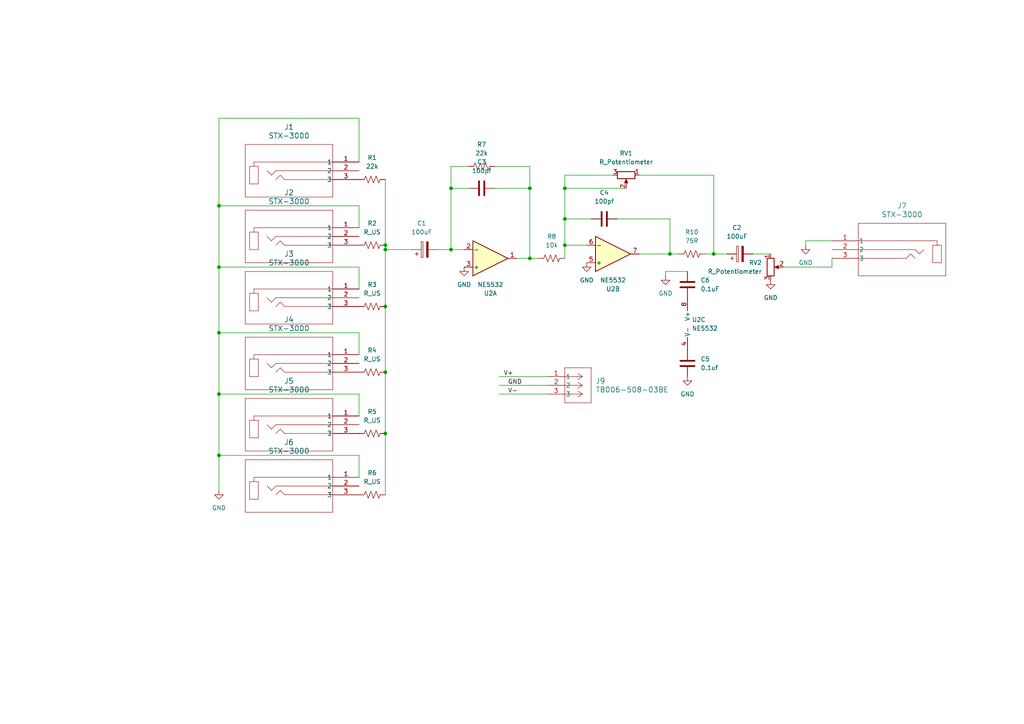
<source format=kicad_sch>
(kicad_sch (version 20230121) (generator eeschema)
  (paper "A4")
  (lib_symbols
    (symbol "2024-01-09_05-39-49:STX-3000" (pin_names (offset 0.254))
      (property "Reference" "J" (at -20.32 10.16 0))
      (property "Value" "STX-3000" (at -20.32 7.62 0))
      (symbol "STX-3000_0_1"
        (polyline (pts (xy -33.02 -10.16) (xy -7.62 -10.16)) (stroke (width 0.127)))
        (polyline (pts (xy -33.02 5.08) (xy -33.02 -10.16)) (stroke (width 0.127)))
        (polyline (pts (xy -31.75 -6.35) (xy -31.75 -1.27)) (stroke (width 0.127)))
        (polyline (pts (xy -31.75 -1.27) (xy -29.21 -1.27)) (stroke (width 0.127)))
        (polyline (pts (xy -30.48 0) (xy -30.48 -1.27)) (stroke (width 0.127)))
        (polyline (pts (xy -29.21 -6.35) (xy -31.75 -6.35)) (stroke (width 0.127)))
        (polyline (pts (xy -29.21 -1.27) (xy -29.21 -6.35)) (stroke (width 0.127)))
        (polyline (pts (xy -25.4 -3.81) (xy -26.67 -2.54)) (stroke (width 0.127)))
        (polyline (pts (xy -25.4 -3.81) (xy -24.13 -2.54)) (stroke (width 0.127)))
        (polyline (pts (xy -22.86 -3.81) (xy -24.13 -5.08)) (stroke (width 0.127)))
        (polyline (pts (xy -21.59 -5.08) (xy -22.86 -3.81)) (stroke (width 0.127)))
        (polyline (pts (xy -7.62 -10.16) (xy -7.62 5.08)) (stroke (width 0.127)))
        (polyline (pts (xy -7.62 -5.08) (xy -21.59 -5.08)) (stroke (width 0.127)))
        (polyline (pts (xy -7.62 -2.54) (xy -24.13 -2.54)) (stroke (width 0.127)))
        (polyline (pts (xy -7.62 0) (xy -30.48 0)) (stroke (width 0.127)))
        (polyline (pts (xy -7.62 5.08) (xy -33.02 5.08)) (stroke (width 0.127)))
        (pin unspecified line (at 0 0 180) (length 7.62) (name "1") (number "1"))
        (pin unspecified line (at 0 -2.54 180) (length 7.62) (name "2") (number "2"))
        (pin unspecified line (at 0 -5.08 180) (length 7.62) (name "3") (number "3"))
      )
    )
    (symbol "Amplifier_Operational:NE5532" (pin_names (offset 0.127))
      (property "Reference" "U" (at 0 5.08 0))
      (property "Value" "NE5532" (at 0 -5.08 0))
      (symbol "NE5532_1_1"
        (polyline (pts (xy -5.08 5.08) (xy 5.08 0) (xy -5.08 -5.08) (xy -5.08 5.08)) (stroke (width 0.254)) (fill (type background)))
        (pin output line (at 7.62 0 180) (length 2.54) (name "~") (number "1"))
        (pin input line (at -7.62 -2.54 0) (length 2.54) (name "-") (number "2"))
        (pin input line (at -7.62 2.54 0) (length 2.54) (name "+") (number "3"))
      )
      (symbol "NE5532_2_1"
        (polyline (pts (xy -5.08 5.08) (xy 5.08 0) (xy -5.08 -5.08) (xy -5.08 5.08)) (stroke (width 0.254)) (fill (type background)))
        (pin input line (at -7.62 2.54 0) (length 2.54) (name "+") (number "5"))
        (pin input line (at -7.62 -2.54 0) (length 2.54) (name "-") (number "6"))
        (pin output line (at 7.62 0 180) (length 2.54) (name "~") (number "7"))
      )
      (symbol "NE5532_3_1"
        (pin power_in line (at -2.54 -7.62 90) (length 3.81) (name "V-") (number "4"))
        (pin power_in line (at -2.54 7.62 270) (length 3.81) (name "V+") (number "8"))
      )
    )
    (symbol "Device:C" (pin_numbers hide) (pin_names (offset 0.254))
      (property "Reference" "C" (at 0.635 2.54 0))
      (property "Value" "C" (at 0.635 -2.54 0))
      (symbol "C_0_1"
        (polyline (pts (xy -2.032 -0.762) (xy 2.032 -0.762)) (stroke (width 0.508)))
        (polyline (pts (xy -2.032 0.762) (xy 2.032 0.762)) (stroke (width 0.508)))
      )
      (symbol "C_1_1"
        (pin passive line (at 0 3.81 270) (length 2.794) (name "~") (number "1"))
        (pin passive line (at 0 -3.81 90) (length 2.794) (name "~") (number "2"))
      )
    )
    (symbol "Device:C_Polarized" (pin_numbers hide) (pin_names (offset 0.254))
      (property "Reference" "C" (at 0.635 2.54 0))
      (property "Value" "C_Polarized" (at 0.635 -2.54 0))
      (symbol "C_Polarized_0_1"
        (rectangle (start -2.286 0.508) (end 2.286 1.016))
        (polyline (pts (xy -1.778 2.286) (xy -0.762 2.286)))
        (polyline (pts (xy -1.27 2.794) (xy -1.27 1.778)))
        (rectangle (start 2.286 -0.508) (end -2.286 -1.016) (fill (type outline)))
      )
      (symbol "C_Polarized_1_1"
        (pin passive line (at 0 3.81 270) (length 2.794) (name "~") (number "1"))
        (pin passive line (at 0 -3.81 90) (length 2.794) (name "~") (number "2"))
      )
    )
    (symbol "Device:R_Potentiometer" (pin_names (offset 1.016) hide)
      (property "Reference" "RV" (at -4.445 0 90))
      (property "Value" "R_Potentiometer" (at -2.54 0 90))
      (symbol "R_Potentiometer_0_1"
        (polyline (pts (xy 2.54 0) (xy 1.524 0)))
        (polyline (pts (xy 1.143 0) (xy 2.286 0.508) (xy 2.286 -0.508) (xy 1.143 0)) (fill (type outline)))
        (rectangle (start 1.016 2.54) (end -1.016 -2.54) (stroke (width 0.254)))
      )
      (symbol "R_Potentiometer_1_1"
        (pin passive line (at 0 3.81 270) (length 1.27) (name "1") (number "1"))
        (pin passive line (at 3.81 0 180) (length 1.27) (name "2") (number "2"))
        (pin passive line (at 0 -3.81 90) (length 1.27) (name "3") (number "3"))
      )
    )
    (symbol "Device:R_US" (pin_numbers hide) (pin_names (offset 0))
      (property "Reference" "R" (at 2.54 0 90))
      (property "Value" "R_US" (at -2.54 0 90))
      (symbol "R_US_0_1"
        (polyline (pts (xy 0 -2.286) (xy 0 -2.54)))
        (polyline (pts (xy 0 2.286) (xy 0 2.54)))
        (polyline (pts (xy 0 -0.762) (xy 1.016 -1.143) (xy 0 -1.524) (xy -1.016 -1.905) (xy 0 -2.286)))
        (polyline (pts (xy 0 0.762) (xy 1.016 0.381) (xy 0 0) (xy -1.016 -0.381) (xy 0 -0.762)))
        (polyline (pts (xy 0 2.286) (xy 1.016 1.905) (xy 0 1.524) (xy -1.016 1.143) (xy 0 0.762)))
      )
      (symbol "R_US_1_1"
        (pin passive line (at 0 3.81 270) (length 1.27) (name "~") (number "1"))
        (pin passive line (at 0 -3.81 90) (length 1.27) (name "~") (number "2"))
      )
    )
    (symbol "TB600_508_03BE:TB006-508-03BE" (pin_names (offset 0.254))
      (property "Reference" "J" (at 8.89 6.35 0))
      (property "Value" "TB006-508-03BE" (at 0 0 0))
      (symbol "TB006-508-03BE_1_1"
        (polyline (pts (xy 5.08 -7.62) (xy 12.7 -7.62)) (stroke (width 0.127)))
        (polyline (pts (xy 5.08 2.54) (xy 5.08 -7.62)) (stroke (width 0.127)))
        (polyline (pts (xy 10.16 -5.08) (xy 5.08 -5.08)) (stroke (width 0.127)))
        (polyline (pts (xy 10.16 -5.08) (xy 8.89 -5.9267)) (stroke (width 0.127)))
        (polyline (pts (xy 10.16 -5.08) (xy 8.89 -4.2333)) (stroke (width 0.127)))
        (polyline (pts (xy 10.16 -2.54) (xy 5.08 -2.54)) (stroke (width 0.127)))
        (polyline (pts (xy 10.16 -2.54) (xy 8.89 -3.3867)) (stroke (width 0.127)))
        (polyline (pts (xy 10.16 -2.54) (xy 8.89 -1.6933)) (stroke (width 0.127)))
        (polyline (pts (xy 10.16 0) (xy 5.08 0)) (stroke (width 0.127)))
        (polyline (pts (xy 10.16 0) (xy 8.89 -0.8467)) (stroke (width 0.127)))
        (polyline (pts (xy 10.16 0) (xy 8.89 0.8467)) (stroke (width 0.127)))
        (polyline (pts (xy 12.7 -7.62) (xy 12.7 2.54)) (stroke (width 0.127)))
        (polyline (pts (xy 12.7 2.54) (xy 5.08 2.54)) (stroke (width 0.127)))
        (pin unspecified line (at 0 0 0) (length 5.08) (name "1") (number "1"))
        (pin unspecified line (at 0 -2.54 0) (length 5.08) (name "2") (number "2"))
        (pin unspecified line (at 0 -5.08 0) (length 5.08) (name "3") (number "3"))
      )
      (symbol "TB006-508-03BE_1_2"
        (polyline (pts (xy 5.08 -7.62) (xy 12.7 -7.62)) (stroke (width 0.127)))
        (polyline (pts (xy 5.08 2.54) (xy 5.08 -7.62)) (stroke (width 0.127)))
        (polyline (pts (xy 7.62 -5.08) (xy 5.08 -5.08)) (stroke (width 0.127)))
        (polyline (pts (xy 7.62 -5.08) (xy 8.89 -5.9267)) (stroke (width 0.127)))
        (polyline (pts (xy 7.62 -5.08) (xy 8.89 -4.2333)) (stroke (width 0.127)))
        (polyline (pts (xy 7.62 -2.54) (xy 5.08 -2.54)) (stroke (width 0.127)))
        (polyline (pts (xy 7.62 -2.54) (xy 8.89 -3.3867)) (stroke (width 0.127)))
        (polyline (pts (xy 7.62 -2.54) (xy 8.89 -1.6933)) (stroke (width 0.127)))
        (polyline (pts (xy 7.62 0) (xy 5.08 0)) (stroke (width 0.127)))
        (polyline (pts (xy 7.62 0) (xy 8.89 -0.8467)) (stroke (width 0.127)))
        (polyline (pts (xy 7.62 0) (xy 8.89 0.8467)) (stroke (width 0.127)))
        (polyline (pts (xy 12.7 -7.62) (xy 12.7 2.54)) (stroke (width 0.127)))
        (polyline (pts (xy 12.7 2.54) (xy 5.08 2.54)) (stroke (width 0.127)))
        (pin unspecified line (at 0 0 0) (length 5.08) (name "1") (number "1"))
        (pin unspecified line (at 0 -2.54 0) (length 5.08) (name "2") (number "2"))
        (pin unspecified line (at 0 -5.08 0) (length 5.08) (name "3") (number "3"))
      )
    )
    (symbol "power:GND" (power) (pin_names (offset 0))
      (property "Value" "GND" (at 0 -3.81 0))
      (symbol "GND_0_1"
        (polyline (pts (xy 0 0) (xy 0 -1.27) (xy 1.27 -1.27) (xy 0 -2.54) (xy -1.27 -1.27) (xy 0 -1.27)))
      )
      (symbol "GND_1_1"
        (pin power_in line (at 0 0 270) (length 0) hide (name "GND") (number "1"))
      )
    )
  )
  (junction (at 163.83 71.12))
  (junction (at 130.81 72.39))
  (junction (at 130.81 54.61))
  (junction (at 163.83 54.61))
  (junction (at 207.01 73.66))
  (junction (at 63.5 114.3))
  (junction (at 63.5 96.52))
  (junction (at 163.83 63.5))
  (junction (at 111.76 71.12))
  (junction (at 111.76 88.9))
  (junction (at 63.5 59.69))
  (junction (at 111.76 125.73))
  (junction (at 63.5 77.47))
  (junction (at 111.76 107.95))
  (junction (at 63.5 132.08))
  (junction (at 153.67 54.61))
  (junction (at 111.76 72.39))
  (junction (at 153.67 74.93))
  (junction (at 194.31 73.66))
  (wire (pts (xy 104.14 114.3) (xy 63.5 114.3)))
  (wire (pts (xy 130.81 72.39) (xy 134.62 72.39)))
  (wire (pts (xy 153.67 54.61) (xy 153.67 74.93)))
  (wire (pts (xy 104.14 59.69) (xy 63.5 59.69)))
  (wire (pts (xy 149.86 74.93) (xy 153.67 74.93)))
  (wire (pts (xy 199.39 78.74) (xy 193.04 78.74)))
  (wire (pts (xy 104.14 96.52) (xy 63.5 96.52)))
  (wire (pts (xy 194.31 73.66) (xy 196.85 73.66)))
  (wire (pts (xy 104.14 66.04) (xy 104.14 59.69)))
  (wire (pts (xy 233.68 69.85) (xy 233.68 71.12)))
  (wire (pts (xy 163.83 74.93) (xy 163.83 71.12)))
  (wire (pts (xy 153.67 74.93) (xy 156.21 74.93)))
  (wire (pts (xy 130.81 54.61) (xy 130.81 72.39)))
  (wire (pts (xy 63.5 96.52) (xy 63.5 114.3)))
  (wire (pts (xy 111.76 125.73) (xy 111.76 143.51)))
  (wire (pts (xy 135.89 48.26) (xy 130.81 48.26)))
  (wire (pts (xy 127 72.39) (xy 130.81 72.39)))
  (wire (pts (xy 143.51 48.26) (xy 153.67 48.26)))
  (wire (pts (xy 163.83 63.5) (xy 163.83 71.12)))
  (wire (pts (xy 207.01 50.8) (xy 207.01 73.66)))
  (wire (pts (xy 111.76 88.9) (xy 111.76 107.95)))
  (wire (pts (xy 63.5 34.29) (xy 63.5 59.69)))
  (wire (pts (xy 111.76 107.95) (xy 111.76 125.73)))
  (wire (pts (xy 218.44 73.66) (xy 223.52 73.66)))
  (wire (pts (xy 63.5 77.47) (xy 63.5 96.52)))
  (wire (pts (xy 104.14 34.29) (xy 63.5 34.29)))
  (wire (pts (xy 104.14 132.08) (xy 63.5 132.08)))
  (wire (pts (xy 111.76 52.07) (xy 111.76 71.12)))
  (wire (pts (xy 111.76 71.12) (xy 111.76 72.39)))
  (wire (pts (xy 130.81 54.61) (xy 135.89 54.61)))
  (wire (pts (xy 63.5 59.69) (xy 63.5 77.47)))
  (wire (pts (xy 143.51 54.61) (xy 153.67 54.61)))
  (wire (pts (xy 193.04 78.74) (xy 193.04 80.01)))
  (wire (pts (xy 144.78 109.22) (xy 158.75 109.22)))
  (wire (pts (xy 104.14 77.47) (xy 63.5 77.47)))
  (wire (pts (xy 177.8 50.8) (xy 163.83 50.8)))
  (wire (pts (xy 241.3 69.85) (xy 233.68 69.85)))
  (wire (pts (xy 104.14 83.82) (xy 104.14 77.47)))
  (wire (pts (xy 104.14 120.65) (xy 104.14 114.3)))
  (wire (pts (xy 111.76 72.39) (xy 119.38 72.39)))
  (wire (pts (xy 104.14 138.43) (xy 104.14 132.08)))
  (wire (pts (xy 111.76 72.39) (xy 111.76 88.9)))
  (wire (pts (xy 163.83 54.61) (xy 181.61 54.61)))
  (wire (pts (xy 227.33 77.47) (xy 241.3 77.47)))
  (wire (pts (xy 163.83 54.61) (xy 163.83 63.5)))
  (wire (pts (xy 130.81 48.26) (xy 130.81 54.61)))
  (wire (pts (xy 185.42 50.8) (xy 207.01 50.8)))
  (wire (pts (xy 163.83 71.12) (xy 170.18 71.12)))
  (wire (pts (xy 144.78 114.3) (xy 158.75 114.3)))
  (wire (pts (xy 63.5 114.3) (xy 63.5 132.08)))
  (wire (pts (xy 204.47 73.66) (xy 207.01 73.66)))
  (wire (pts (xy 163.83 50.8) (xy 163.83 54.61)))
  (wire (pts (xy 241.3 77.47) (xy 241.3 74.93)))
  (wire (pts (xy 194.31 63.5) (xy 194.31 73.66)))
  (wire (pts (xy 104.14 102.87) (xy 104.14 96.52)))
  (wire (pts (xy 207.01 73.66) (xy 210.82 73.66)))
  (wire (pts (xy 104.14 46.99) (xy 104.14 34.29)))
  (wire (pts (xy 185.42 73.66) (xy 194.31 73.66)))
  (wire (pts (xy 63.5 132.08) (xy 63.5 142.24)))
  (wire (pts (xy 163.83 63.5) (xy 171.45 63.5)))
  (wire (pts (xy 179.07 63.5) (xy 194.31 63.5)))
  (wire (pts (xy 144.78 111.76) (xy 158.75 111.76)))
  (wire (pts (xy 153.67 48.26) (xy 153.67 54.61)))
  (label "GND" (at 147.32 111.76 0))
  (label "V+" (at 146.05 109.22 0))
  (label "V-" (at 147.32 114.3 0))
  (symbol (lib_id "2024-01-09_05-39-49:STX-3000") (at 104.14 102.87 0) (unit 1)
    (property "Reference" "J4" (at 83.82 92.71 0) (effects (font (size 1.524 1.524))))
    (property "Value" "STX-3000" (at 83.82 95.25 0) (effects (font (size 1.524 1.524))))
    (property "Footprint" "kycon:STX-3000_KYC" (effects hide))
    (property "Datasheet" "STX-3000" (effects hide))
  )
  (symbol (lib_id "power:GND") (at 63.5 142.24 0) (unit 1)
    (property "Reference" "#PWR04" (effects hide))
    (property "Value" "GND" (at 63.5 147.32 0))
  )
  (symbol (lib_id "2024-01-09_05-39-49:STX-3000") (at 241.3 69.85 0) (mirror y) (unit 1)
    (property "Reference" "J7" (at 261.62 59.69 0) (effects (font (size 1.524 1.524))))
    (property "Value" "STX-3000" (at 261.62 62.23 0) (effects (font (size 1.524 1.524))))
    (property "Footprint" "kycon:STX-3000_KYC" (effects hide))
    (property "Datasheet" "STX-3000" (effects hide))
  )
  (symbol (lib_id "2024-01-09_05-39-49:STX-3000") (at 104.14 138.43 0) (unit 1)
    (property "Reference" "J6" (at 83.82 128.27 0) (effects (font (size 1.524 1.524))))
    (property "Value" "STX-3000" (at 83.82 130.81 0) (effects (font (size 1.524 1.524))))
    (property "Footprint" "kycon:STX-3000_KYC" (effects hide))
    (property "Datasheet" "STX-3000" (effects hide))
  )
  (symbol (lib_id "Device:R_US") (at 160.02 74.93 90) (unit 1)
    (property "Reference" "R8" (at 160.02 68.58 90))
    (property "Value" "10k" (at 160.02 71.12 90))
    (property "Footprint" "Resistor_THT:R_Axial_DIN0207_L6.3mm_D2.5mm_P10.16mm_Horizontal" (effects hide))
  )
  (symbol (lib_id "2024-01-09_05-39-49:STX-3000") (at 104.14 66.04 0) (unit 1)
    (property "Reference" "J2" (at 83.82 55.88 0) (effects (font (size 1.524 1.524))))
    (property "Value" "STX-3000" (at 83.82 58.42 0) (effects (font (size 1.524 1.524))))
    (property "Footprint" "kycon:STX-3000_KYC" (effects hide))
    (property "Datasheet" "STX-3000" (effects hide))
  )
  (symbol (lib_id "2024-01-09_05-39-49:STX-3000") (at 104.14 46.99 0) (unit 1)
    (property "Reference" "J1" (at 83.82 36.83 0) (effects (font (size 1.524 1.524))))
    (property "Value" "STX-3000" (at 83.82 39.37 0) (effects (font (size 1.524 1.524))))
    (property "Footprint" "kycon:STX-3000_KYC" (effects hide))
    (property "Datasheet" "STX-3000" (effects hide))
  )
  (symbol (lib_id "Device:R_US") (at 139.7 48.26 90) (unit 1)
    (property "Reference" "R7" (at 139.7 41.91 90))
    (property "Value" "22k" (at 139.7 44.45 90))
    (property "Footprint" "Resistor_THT:R_Axial_DIN0207_L6.3mm_D2.5mm_P10.16mm_Horizontal" (effects hide))
  )
  (symbol (lib_id "power:GND") (at 223.52 81.28 0) (unit 1)
    (property "Reference" "#PWR03" (effects hide))
    (property "Value" "GND" (at 223.52 86.36 0))
  )
  (symbol (lib_id "Device:R_US") (at 107.95 71.12 90) (unit 1)
    (property "Reference" "R2" (at 107.95 64.77 90))
    (property "Value" "R_US" (at 107.95 67.31 90))
    (property "Footprint" "Resistor_THT:R_Axial_DIN0207_L6.3mm_D2.5mm_P10.16mm_Horizontal" (effects hide))
  )
  (symbol (lib_id "power:GND") (at 193.04 80.01 0) (unit 1)
    (property "Reference" "#PWR09" (effects hide))
    (property "Value" "GND" (at 193.04 85.09 0))
  )
  (symbol (lib_id "Device:R_US") (at 200.66 73.66 90) (unit 1)
    (property "Reference" "R10" (at 200.66 67.31 90))
    (property "Value" "75R" (at 200.66 69.85 90))
    (property "Footprint" "Resistor_THT:R_Axial_DIN0207_L6.3mm_D2.5mm_P10.16mm_Horizontal" (effects hide))
  )
  (symbol (lib_id "power:GND") (at 199.39 109.22 0) (unit 1)
    (property "Reference" "#PWR08" (effects hide))
    (property "Value" "GND" (at 199.39 114.3 0))
  )
  (symbol (lib_id "Device:C_Polarized") (at 123.19 72.39 90) (unit 1)
    (property "Reference" "C1" (at 122.301 64.77 90))
    (property "Value" "100uF" (at 122.301 67.31 90))
    (property "Footprint" "Capacitor_THT:CP_Radial_D5.0mm_P2.00mm" (effects hide))
  )
  (symbol (lib_id "power:GND") (at 134.62 77.47 0) (unit 1)
    (property "Reference" "#PWR01" (effects hide))
    (property "Value" "GND" (at 134.62 82.55 0))
  )
  (symbol (lib_id "Amplifier_Operational:NE5532") (at 177.8 73.66 0) (mirror x) (unit 2)
    (property "Reference" "U2" (at 177.8 83.82 0))
    (property "Value" "NE5532" (at 177.8 81.28 0))
    (property "Footprint" "digikey-footprints:DIP-8_W7.62mm" (effects hide))
    (property "Datasheet" "http://www.ti.com/lit/ds/symlink/ne5532.pdf" (effects hide))
  )
  (symbol (lib_id "power:GND") (at 233.68 71.12 0) (unit 1)
    (property "Reference" "#PWR05" (effects hide))
    (property "Value" "GND" (at 233.68 76.2 0))
  )
  (symbol (lib_id "Amplifier_Operational:NE5532") (at 201.93 93.98 0) (unit 3)
    (property "Reference" "U2" (at 200.66 92.71 0) (effects (justify left)))
    (property "Value" "NE5532" (at 200.66 95.25 0) (effects (justify left)))
    (property "Footprint" "digikey-footprints:DIP-8_W7.62mm" (effects hide))
    (property "Datasheet" "http://www.ti.com/lit/ds/symlink/ne5532.pdf" (effects hide))
  )
  (symbol (lib_id "Device:R_US") (at 107.95 143.51 90) (unit 1)
    (property "Reference" "R6" (at 107.95 137.16 90))
    (property "Value" "R_US" (at 107.95 139.7 90))
    (property "Footprint" "Resistor_THT:R_Axial_DIN0207_L6.3mm_D2.5mm_P10.16mm_Horizontal" (effects hide))
  )
  (symbol (lib_id "Device:C") (at 139.7 54.61 90) (unit 1)
    (property "Reference" "C3" (at 139.7 46.99 90))
    (property "Value" "100pf" (at 139.7 49.53 90))
    (property "Footprint" "Capacitor_THT:C_Rect_L4.6mm_W2.0mm_P2.50mm_MKS02_FKP02" (effects hide))
  )
  (symbol (lib_id "Device:R_US") (at 107.95 125.73 90) (unit 1)
    (property "Reference" "R5" (at 107.95 119.38 90))
    (property "Value" "R_US" (at 107.95 121.92 90))
    (property "Footprint" "Resistor_THT:R_Axial_DIN0207_L6.3mm_D2.5mm_P10.16mm_Horizontal" (effects hide))
  )
  (symbol (lib_id "Amplifier_Operational:NE5532") (at 142.24 74.93 0) (mirror x) (unit 1)
    (property "Reference" "U2" (at 142.24 85.09 0))
    (property "Value" "NE5532" (at 142.24 82.55 0))
    (property "Footprint" "digikey-footprints:DIP-8_W7.62mm" (effects hide))
    (property "Datasheet" "http://www.ti.com/lit/ds/symlink/ne5532.pdf" (effects hide))
  )
  (symbol (lib_id "Device:R_Potentiometer") (at 223.52 77.47 0) (unit 1)
    (property "Reference" "RV2" (at 220.98 76.2 0) (effects (justify right)))
    (property "Value" "R_Potentiometer" (at 220.98 78.74 0) (effects (justify right)))
    (property "Footprint" "Connector_PinSocket_2.54mm:PinSocket_1x03_P2.54mm_Vertical" (effects hide))
  )
  (symbol (lib_id "Device:R_US") (at 107.95 52.07 90) (unit 1)
    (property "Reference" "R1" (at 107.95 45.72 90))
    (property "Value" "22k" (at 107.95 48.26 90))
    (property "Footprint" "Resistor_THT:R_Axial_DIN0207_L6.3mm_D2.5mm_P10.16mm_Horizontal" (effects hide))
  )
  (symbol (lib_id "Device:C") (at 175.26 63.5 90) (unit 1)
    (property "Reference" "C4" (at 175.26 55.88 90))
    (property "Value" "100pf" (at 175.26 58.42 90))
    (property "Footprint" "Capacitor_THT:C_Rect_L4.6mm_W2.0mm_P2.50mm_MKS02_FKP02" (effects hide))
  )
  (symbol (lib_id "Device:C") (at 199.39 105.41 180) (unit 1)
    (property "Reference" "C5" (at 203.2 104.14 0) (effects (justify right)))
    (property "Value" "0.1uf" (at 203.2 106.68 0) (effects (justify right)))
    (property "Footprint" "Capacitor_THT:C_Disc_D3.8mm_W2.6mm_P2.50mm" (effects hide))
  )
  (symbol (lib_id "2024-01-09_05-39-49:STX-3000") (at 104.14 120.65 0) (unit 1)
    (property "Reference" "J5" (at 83.82 110.49 0) (effects (font (size 1.524 1.524))))
    (property "Value" "STX-3000" (at 83.82 113.03 0) (effects (font (size 1.524 1.524))))
    (property "Footprint" "kycon:STX-3000_KYC" (effects hide))
    (property "Datasheet" "STX-3000" (effects hide))
  )
  (symbol (lib_id "TB600_508_03BE:TB006-508-03BE") (at 158.75 109.22 0) (unit 1)
    (property "Reference" "J9" (at 172.72 110.49 0) (effects (font (size 1.524 1.524)) (justify left)))
    (property "Value" "TB006-508-03BE" (at 172.72 113.03 0) (effects (font (size 1.524 1.524)) (justify left)))
    (property "Footprint" "CUI:CONN3_TB006-508_CUD" (effects hide))
    (property "Datasheet" "TB006-508-03BE" (effects hide))
  )
  (symbol (lib_id "2024-01-09_05-39-49:STX-3000") (at 104.14 83.82 0) (unit 1)
    (property "Reference" "J3" (at 83.82 73.66 0) (effects (font (size 1.524 1.524))))
    (property "Value" "STX-3000" (at 83.82 76.2 0) (effects (font (size 1.524 1.524))))
    (property "Footprint" "kycon:STX-3000_KYC" (effects hide))
    (property "Datasheet" "STX-3000" (effects hide))
  )
  (symbol (lib_id "Device:R_US") (at 107.95 88.9 90) (unit 1)
    (property "Reference" "R3" (at 107.95 82.55 90))
    (property "Value" "R_US" (at 107.95 85.09 90))
    (property "Footprint" "Resistor_THT:R_Axial_DIN0207_L6.3mm_D2.5mm_P10.16mm_Horizontal" (effects hide))
  )
  (symbol (lib_id "Device:C_Polarized") (at 214.63 73.66 90) (unit 1)
    (property "Reference" "C2" (at 213.741 66.04 90))
    (property "Value" "100uF" (at 213.741 68.58 90))
    (property "Footprint" "Capacitor_THT:CP_Radial_D5.0mm_P2.00mm" (effects hide))
  )
  (symbol (lib_id "Device:R_US") (at 107.95 107.95 90) (unit 1)
    (property "Reference" "R4" (at 107.95 101.6 90))
    (property "Value" "R_US" (at 107.95 104.14 90))
    (property "Footprint" "Resistor_THT:R_Axial_DIN0207_L6.3mm_D2.5mm_P10.16mm_Horizontal" (effects hide))
  )
  (symbol (lib_id "Device:R_Potentiometer") (at 181.61 50.8 270) (unit 1)
    (property "Reference" "RV1" (at 181.61 44.45 90))
    (property "Value" "R_Potentiometer" (at 181.61 46.99 90))
    (property "Footprint" "Potentiometer_THT:Potentiometer_Bourns_3386P_Vertical" (effects hide))
  )
  (symbol (lib_id "power:GND") (at 170.18 76.2 0) (unit 1)
    (property "Reference" "#PWR02" (effects hide))
    (property "Value" "GND" (at 170.18 81.28 0))
  )
  (symbol (lib_id "Device:C") (at 199.39 82.55 180) (unit 1)
    (property "Reference" "C6" (at 203.2 81.28 0) (effects (justify right)))
    (property "Value" "0.1uF" (at 203.2 83.82 0) (effects (justify right)))
    (property "Footprint" "Capacitor_THT:C_Disc_D3.8mm_W2.6mm_P2.50mm" (effects hide))
  )
)
</source>
